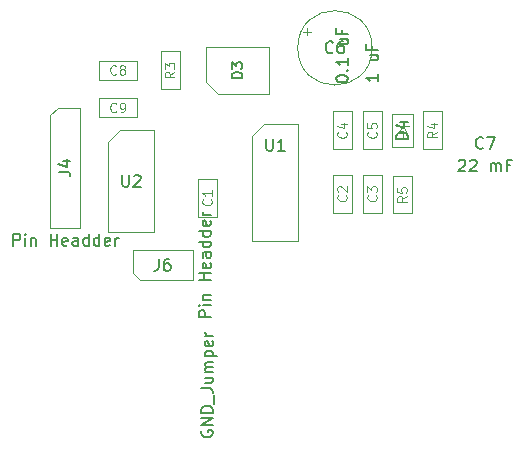
<source format=gbr>
%TF.GenerationSoftware,KiCad,Pcbnew,(5.1.9)-1*%
%TF.CreationDate,2021-11-14T21:39:46-06:00*%
%TF.ProjectId,BLDC_Cont,424c4443-5f43-46f6-9e74-2e6b69636164,rev?*%
%TF.SameCoordinates,Original*%
%TF.FileFunction,Other,Fab,Top*%
%FSLAX46Y46*%
G04 Gerber Fmt 4.6, Leading zero omitted, Abs format (unit mm)*
G04 Created by KiCad (PCBNEW (5.1.9)-1) date 2021-11-14 21:39:46*
%MOMM*%
%LPD*%
G01*
G04 APERTURE LIST*
%ADD10C,0.100000*%
%ADD11C,0.150000*%
%ADD12C,0.120000*%
G04 APERTURE END LIST*
D10*
%TO.C,D3*%
X165315000Y-109940000D02*
X164315000Y-108940000D01*
X169695000Y-109940000D02*
X169695000Y-105960000D01*
X165315000Y-109940000D02*
X169695000Y-109940000D01*
X164315000Y-105960000D02*
X164315000Y-108950000D01*
X169695000Y-105960000D02*
X164315000Y-105960000D01*
%TO.C,C1*%
X163665000Y-120345000D02*
X163665000Y-117145000D01*
X165265000Y-120345000D02*
X163665000Y-120345000D01*
X165265000Y-117145000D02*
X165265000Y-120345000D01*
X163665000Y-117145000D02*
X165265000Y-117145000D01*
%TO.C,C2*%
X175095000Y-116802500D02*
X176695000Y-116802500D01*
X176695000Y-116802500D02*
X176695000Y-120002500D01*
X176695000Y-120002500D02*
X175095000Y-120002500D01*
X175095000Y-120002500D02*
X175095000Y-116802500D01*
%TO.C,C3*%
X177635000Y-120002500D02*
X177635000Y-116802500D01*
X179235000Y-120002500D02*
X177635000Y-120002500D01*
X179235000Y-116802500D02*
X179235000Y-120002500D01*
X177635000Y-116802500D02*
X179235000Y-116802500D01*
%TO.C,C4*%
X175095000Y-111430000D02*
X176695000Y-111430000D01*
X176695000Y-111430000D02*
X176695000Y-114630000D01*
X176695000Y-114630000D02*
X175095000Y-114630000D01*
X175095000Y-114630000D02*
X175095000Y-111430000D01*
%TO.C,C5*%
X177635000Y-114630000D02*
X177635000Y-111430000D01*
X179235000Y-114630000D02*
X177635000Y-114630000D01*
X179235000Y-111430000D02*
X179235000Y-114630000D01*
X177635000Y-111430000D02*
X179235000Y-111430000D01*
%TO.C,C6*%
X172861028Y-104356500D02*
X172861028Y-104986500D01*
X172546028Y-104671500D02*
X173176028Y-104671500D01*
X178390000Y-106045000D02*
G75*
G03*
X178390000Y-106045000I-3150000J0D01*
G01*
%TO.C,D4*%
X181875000Y-111630000D02*
X181875000Y-114430000D01*
X181875000Y-114430000D02*
X180075000Y-114430000D01*
X180075000Y-114430000D02*
X180075000Y-111630000D01*
X180075000Y-111630000D02*
X181875000Y-111630000D01*
X180975000Y-112280000D02*
X180975000Y-112680000D01*
X180975000Y-112680000D02*
X181525000Y-112680000D01*
X180975000Y-112680000D02*
X180425000Y-112680000D01*
X180975000Y-112680000D02*
X181375000Y-113280000D01*
X181375000Y-113280000D02*
X180575000Y-113280000D01*
X180575000Y-113280000D02*
X180975000Y-112680000D01*
X180975000Y-113280000D02*
X180975000Y-113780000D01*
%TO.C,R3*%
X160490000Y-106350000D02*
X162090000Y-106350000D01*
X162090000Y-106350000D02*
X162090000Y-109550000D01*
X162090000Y-109550000D02*
X160490000Y-109550000D01*
X160490000Y-109550000D02*
X160490000Y-106350000D01*
%TO.C,R4*%
X182715000Y-114630000D02*
X182715000Y-111430000D01*
X184315000Y-114630000D02*
X182715000Y-114630000D01*
X184315000Y-111430000D02*
X184315000Y-114630000D01*
X182715000Y-111430000D02*
X184315000Y-111430000D01*
%TO.C,R5*%
X180175000Y-120065000D02*
X180175000Y-116865000D01*
X181775000Y-120065000D02*
X180175000Y-120065000D01*
X181775000Y-116865000D02*
X181775000Y-120065000D01*
X180175000Y-116865000D02*
X181775000Y-116865000D01*
%TO.C,U1*%
X168230000Y-113500000D02*
X169205000Y-112525000D01*
X168230000Y-122425000D02*
X168230000Y-113500000D01*
X172130000Y-122425000D02*
X168230000Y-122425000D01*
X172130000Y-112525000D02*
X172130000Y-122425000D01*
X169205000Y-112525000D02*
X172130000Y-112525000D01*
%TO.C,C8*%
X158445000Y-107150000D02*
X158445000Y-108750000D01*
X158445000Y-108750000D02*
X155245000Y-108750000D01*
X155245000Y-108750000D02*
X155245000Y-107150000D01*
X155245000Y-107150000D02*
X158445000Y-107150000D01*
%TO.C,C9*%
X155245000Y-110325000D02*
X158445000Y-110325000D01*
X155245000Y-111925000D02*
X155245000Y-110325000D01*
X158445000Y-111925000D02*
X155245000Y-111925000D01*
X158445000Y-110325000D02*
X158445000Y-111925000D01*
%TO.C,U2*%
X156038000Y-113998000D02*
X157013000Y-113023000D01*
X156038000Y-121673000D02*
X156038000Y-113998000D01*
X159938000Y-121673000D02*
X156038000Y-121673000D01*
X159938000Y-113023000D02*
X159938000Y-121673000D01*
X157013000Y-113023000D02*
X159938000Y-113023000D01*
%TO.C,J4*%
X151130000Y-111760000D02*
X151765000Y-111125000D01*
X151130000Y-121285000D02*
X151130000Y-111760000D01*
X153670000Y-121285000D02*
X151130000Y-121285000D01*
X153670000Y-111125000D02*
X153670000Y-121285000D01*
X151765000Y-111125000D02*
X153670000Y-111125000D01*
%TO.C,J6*%
X158750000Y-125730000D02*
X158115000Y-125095000D01*
X163195000Y-125730000D02*
X158750000Y-125730000D01*
X163195000Y-123190000D02*
X163195000Y-125730000D01*
X158115000Y-123190000D02*
X163195000Y-123190000D01*
X158115000Y-125095000D02*
X158115000Y-123190000D01*
%TD*%
%TO.C,D3*%
D11*
X167412142Y-108614285D02*
X166512142Y-108614285D01*
X166512142Y-108400000D01*
X166555000Y-108271428D01*
X166640714Y-108185714D01*
X166726428Y-108142857D01*
X166897857Y-108100000D01*
X167026428Y-108100000D01*
X167197857Y-108142857D01*
X167283571Y-108185714D01*
X167369285Y-108271428D01*
X167412142Y-108400000D01*
X167412142Y-108614285D01*
X166512142Y-107800000D02*
X166512142Y-107242857D01*
X166855000Y-107542857D01*
X166855000Y-107414285D01*
X166897857Y-107328571D01*
X166940714Y-107285714D01*
X167026428Y-107242857D01*
X167240714Y-107242857D01*
X167326428Y-107285714D01*
X167369285Y-107328571D01*
X167412142Y-107414285D01*
X167412142Y-107671428D01*
X167369285Y-107757142D01*
X167326428Y-107800000D01*
%TO.C,C7*%
X185721904Y-115592619D02*
X185769523Y-115545000D01*
X185864761Y-115497380D01*
X186102857Y-115497380D01*
X186198095Y-115545000D01*
X186245714Y-115592619D01*
X186293333Y-115687857D01*
X186293333Y-115783095D01*
X186245714Y-115925952D01*
X185674285Y-116497380D01*
X186293333Y-116497380D01*
X186674285Y-115592619D02*
X186721904Y-115545000D01*
X186817142Y-115497380D01*
X187055238Y-115497380D01*
X187150476Y-115545000D01*
X187198095Y-115592619D01*
X187245714Y-115687857D01*
X187245714Y-115783095D01*
X187198095Y-115925952D01*
X186626666Y-116497380D01*
X187245714Y-116497380D01*
X188436190Y-116497380D02*
X188436190Y-115830714D01*
X188436190Y-115925952D02*
X188483809Y-115878333D01*
X188579047Y-115830714D01*
X188721904Y-115830714D01*
X188817142Y-115878333D01*
X188864761Y-115973571D01*
X188864761Y-116497380D01*
X188864761Y-115973571D02*
X188912380Y-115878333D01*
X189007619Y-115830714D01*
X189150476Y-115830714D01*
X189245714Y-115878333D01*
X189293333Y-115973571D01*
X189293333Y-116497380D01*
X190102857Y-115973571D02*
X189769523Y-115973571D01*
X189769523Y-116497380D02*
X189769523Y-115497380D01*
X190245714Y-115497380D01*
X187793333Y-114497142D02*
X187745714Y-114544761D01*
X187602857Y-114592380D01*
X187507619Y-114592380D01*
X187364761Y-114544761D01*
X187269523Y-114449523D01*
X187221904Y-114354285D01*
X187174285Y-114163809D01*
X187174285Y-114020952D01*
X187221904Y-113830476D01*
X187269523Y-113735238D01*
X187364761Y-113640000D01*
X187507619Y-113592380D01*
X187602857Y-113592380D01*
X187745714Y-113640000D01*
X187793333Y-113687619D01*
X188126666Y-113592380D02*
X188793333Y-113592380D01*
X188364761Y-114592380D01*
%TO.C,C1*%
D12*
X164750714Y-118878333D02*
X164788809Y-118916428D01*
X164826904Y-119030714D01*
X164826904Y-119106904D01*
X164788809Y-119221190D01*
X164712619Y-119297380D01*
X164636428Y-119335476D01*
X164484047Y-119373571D01*
X164369761Y-119373571D01*
X164217380Y-119335476D01*
X164141190Y-119297380D01*
X164065000Y-119221190D01*
X164026904Y-119106904D01*
X164026904Y-119030714D01*
X164065000Y-118916428D01*
X164103095Y-118878333D01*
X164826904Y-118116428D02*
X164826904Y-118573571D01*
X164826904Y-118345000D02*
X164026904Y-118345000D01*
X164141190Y-118421190D01*
X164217380Y-118497380D01*
X164255476Y-118573571D01*
%TO.C,C2*%
X176180714Y-118535833D02*
X176218809Y-118573928D01*
X176256904Y-118688214D01*
X176256904Y-118764404D01*
X176218809Y-118878690D01*
X176142619Y-118954880D01*
X176066428Y-118992976D01*
X175914047Y-119031071D01*
X175799761Y-119031071D01*
X175647380Y-118992976D01*
X175571190Y-118954880D01*
X175495000Y-118878690D01*
X175456904Y-118764404D01*
X175456904Y-118688214D01*
X175495000Y-118573928D01*
X175533095Y-118535833D01*
X175533095Y-118231071D02*
X175495000Y-118192976D01*
X175456904Y-118116785D01*
X175456904Y-117926309D01*
X175495000Y-117850119D01*
X175533095Y-117812023D01*
X175609285Y-117773928D01*
X175685476Y-117773928D01*
X175799761Y-117812023D01*
X176256904Y-118269166D01*
X176256904Y-117773928D01*
%TO.C,C3*%
X178720714Y-118535833D02*
X178758809Y-118573928D01*
X178796904Y-118688214D01*
X178796904Y-118764404D01*
X178758809Y-118878690D01*
X178682619Y-118954880D01*
X178606428Y-118992976D01*
X178454047Y-119031071D01*
X178339761Y-119031071D01*
X178187380Y-118992976D01*
X178111190Y-118954880D01*
X178035000Y-118878690D01*
X177996904Y-118764404D01*
X177996904Y-118688214D01*
X178035000Y-118573928D01*
X178073095Y-118535833D01*
X177996904Y-118269166D02*
X177996904Y-117773928D01*
X178301666Y-118040595D01*
X178301666Y-117926309D01*
X178339761Y-117850119D01*
X178377857Y-117812023D01*
X178454047Y-117773928D01*
X178644523Y-117773928D01*
X178720714Y-117812023D01*
X178758809Y-117850119D01*
X178796904Y-117926309D01*
X178796904Y-118154880D01*
X178758809Y-118231071D01*
X178720714Y-118269166D01*
%TO.C,C4*%
D11*
X175347380Y-108703809D02*
X175347380Y-108608571D01*
X175395000Y-108513333D01*
X175442619Y-108465714D01*
X175537857Y-108418095D01*
X175728333Y-108370476D01*
X175966428Y-108370476D01*
X176156904Y-108418095D01*
X176252142Y-108465714D01*
X176299761Y-108513333D01*
X176347380Y-108608571D01*
X176347380Y-108703809D01*
X176299761Y-108799047D01*
X176252142Y-108846666D01*
X176156904Y-108894285D01*
X175966428Y-108941904D01*
X175728333Y-108941904D01*
X175537857Y-108894285D01*
X175442619Y-108846666D01*
X175395000Y-108799047D01*
X175347380Y-108703809D01*
X176252142Y-107941904D02*
X176299761Y-107894285D01*
X176347380Y-107941904D01*
X176299761Y-107989523D01*
X176252142Y-107941904D01*
X176347380Y-107941904D01*
X176347380Y-106941904D02*
X176347380Y-107513333D01*
X176347380Y-107227619D02*
X175347380Y-107227619D01*
X175490238Y-107322857D01*
X175585476Y-107418095D01*
X175633095Y-107513333D01*
X175680714Y-105322857D02*
X176347380Y-105322857D01*
X175680714Y-105751428D02*
X176204523Y-105751428D01*
X176299761Y-105703809D01*
X176347380Y-105608571D01*
X176347380Y-105465714D01*
X176299761Y-105370476D01*
X176252142Y-105322857D01*
X175823571Y-104513333D02*
X175823571Y-104846666D01*
X176347380Y-104846666D02*
X175347380Y-104846666D01*
X175347380Y-104370476D01*
D12*
X176180714Y-113163333D02*
X176218809Y-113201428D01*
X176256904Y-113315714D01*
X176256904Y-113391904D01*
X176218809Y-113506190D01*
X176142619Y-113582380D01*
X176066428Y-113620476D01*
X175914047Y-113658571D01*
X175799761Y-113658571D01*
X175647380Y-113620476D01*
X175571190Y-113582380D01*
X175495000Y-113506190D01*
X175456904Y-113391904D01*
X175456904Y-113315714D01*
X175495000Y-113201428D01*
X175533095Y-113163333D01*
X175723571Y-112477619D02*
X176256904Y-112477619D01*
X175418809Y-112668095D02*
X175990238Y-112858571D01*
X175990238Y-112363333D01*
%TO.C,C5*%
D11*
X178887380Y-108291190D02*
X178887380Y-108862619D01*
X178887380Y-108576904D02*
X177887380Y-108576904D01*
X178030238Y-108672142D01*
X178125476Y-108767380D01*
X178173095Y-108862619D01*
X178220714Y-106672142D02*
X178887380Y-106672142D01*
X178220714Y-107100714D02*
X178744523Y-107100714D01*
X178839761Y-107053095D01*
X178887380Y-106957857D01*
X178887380Y-106815000D01*
X178839761Y-106719761D01*
X178792142Y-106672142D01*
X178363571Y-105862619D02*
X178363571Y-106195952D01*
X178887380Y-106195952D02*
X177887380Y-106195952D01*
X177887380Y-105719761D01*
D12*
X178720714Y-113163333D02*
X178758809Y-113201428D01*
X178796904Y-113315714D01*
X178796904Y-113391904D01*
X178758809Y-113506190D01*
X178682619Y-113582380D01*
X178606428Y-113620476D01*
X178454047Y-113658571D01*
X178339761Y-113658571D01*
X178187380Y-113620476D01*
X178111190Y-113582380D01*
X178035000Y-113506190D01*
X177996904Y-113391904D01*
X177996904Y-113315714D01*
X178035000Y-113201428D01*
X178073095Y-113163333D01*
X177996904Y-112439523D02*
X177996904Y-112820476D01*
X178377857Y-112858571D01*
X178339761Y-112820476D01*
X178301666Y-112744285D01*
X178301666Y-112553809D01*
X178339761Y-112477619D01*
X178377857Y-112439523D01*
X178454047Y-112401428D01*
X178644523Y-112401428D01*
X178720714Y-112439523D01*
X178758809Y-112477619D01*
X178796904Y-112553809D01*
X178796904Y-112744285D01*
X178758809Y-112820476D01*
X178720714Y-112858571D01*
%TO.C,C6*%
D11*
X175073333Y-106402142D02*
X175025714Y-106449761D01*
X174882857Y-106497380D01*
X174787619Y-106497380D01*
X174644761Y-106449761D01*
X174549523Y-106354523D01*
X174501904Y-106259285D01*
X174454285Y-106068809D01*
X174454285Y-105925952D01*
X174501904Y-105735476D01*
X174549523Y-105640238D01*
X174644761Y-105545000D01*
X174787619Y-105497380D01*
X174882857Y-105497380D01*
X175025714Y-105545000D01*
X175073333Y-105592619D01*
X175930476Y-105497380D02*
X175740000Y-105497380D01*
X175644761Y-105545000D01*
X175597142Y-105592619D01*
X175501904Y-105735476D01*
X175454285Y-105925952D01*
X175454285Y-106306904D01*
X175501904Y-106402142D01*
X175549523Y-106449761D01*
X175644761Y-106497380D01*
X175835238Y-106497380D01*
X175930476Y-106449761D01*
X175978095Y-106402142D01*
X176025714Y-106306904D01*
X176025714Y-106068809D01*
X175978095Y-105973571D01*
X175930476Y-105925952D01*
X175835238Y-105878333D01*
X175644761Y-105878333D01*
X175549523Y-105925952D01*
X175501904Y-105973571D01*
X175454285Y-106068809D01*
%TO.C,D4*%
X181427380Y-113768095D02*
X180427380Y-113768095D01*
X180427380Y-113530000D01*
X180475000Y-113387142D01*
X180570238Y-113291904D01*
X180665476Y-113244285D01*
X180855952Y-113196666D01*
X180998809Y-113196666D01*
X181189285Y-113244285D01*
X181284523Y-113291904D01*
X181379761Y-113387142D01*
X181427380Y-113530000D01*
X181427380Y-113768095D01*
X180760714Y-112339523D02*
X181427380Y-112339523D01*
X180379761Y-112577619D02*
X181094047Y-112815714D01*
X181094047Y-112196666D01*
%TO.C,R3*%
D12*
X161651904Y-108083333D02*
X161270952Y-108350000D01*
X161651904Y-108540476D02*
X160851904Y-108540476D01*
X160851904Y-108235714D01*
X160890000Y-108159523D01*
X160928095Y-108121428D01*
X161004285Y-108083333D01*
X161118571Y-108083333D01*
X161194761Y-108121428D01*
X161232857Y-108159523D01*
X161270952Y-108235714D01*
X161270952Y-108540476D01*
X160851904Y-107816666D02*
X160851904Y-107321428D01*
X161156666Y-107588095D01*
X161156666Y-107473809D01*
X161194761Y-107397619D01*
X161232857Y-107359523D01*
X161309047Y-107321428D01*
X161499523Y-107321428D01*
X161575714Y-107359523D01*
X161613809Y-107397619D01*
X161651904Y-107473809D01*
X161651904Y-107702380D01*
X161613809Y-107778571D01*
X161575714Y-107816666D01*
%TO.C,R4*%
X183876904Y-113163333D02*
X183495952Y-113430000D01*
X183876904Y-113620476D02*
X183076904Y-113620476D01*
X183076904Y-113315714D01*
X183115000Y-113239523D01*
X183153095Y-113201428D01*
X183229285Y-113163333D01*
X183343571Y-113163333D01*
X183419761Y-113201428D01*
X183457857Y-113239523D01*
X183495952Y-113315714D01*
X183495952Y-113620476D01*
X183343571Y-112477619D02*
X183876904Y-112477619D01*
X183038809Y-112668095D02*
X183610238Y-112858571D01*
X183610238Y-112363333D01*
%TO.C,R5*%
X181336904Y-118598333D02*
X180955952Y-118865000D01*
X181336904Y-119055476D02*
X180536904Y-119055476D01*
X180536904Y-118750714D01*
X180575000Y-118674523D01*
X180613095Y-118636428D01*
X180689285Y-118598333D01*
X180803571Y-118598333D01*
X180879761Y-118636428D01*
X180917857Y-118674523D01*
X180955952Y-118750714D01*
X180955952Y-119055476D01*
X180536904Y-117874523D02*
X180536904Y-118255476D01*
X180917857Y-118293571D01*
X180879761Y-118255476D01*
X180841666Y-118179285D01*
X180841666Y-117988809D01*
X180879761Y-117912619D01*
X180917857Y-117874523D01*
X180994047Y-117836428D01*
X181184523Y-117836428D01*
X181260714Y-117874523D01*
X181298809Y-117912619D01*
X181336904Y-117988809D01*
X181336904Y-118179285D01*
X181298809Y-118255476D01*
X181260714Y-118293571D01*
%TO.C,U1*%
D11*
X169433333Y-113763333D02*
X169433333Y-114556666D01*
X169480000Y-114650000D01*
X169526666Y-114696666D01*
X169620000Y-114743333D01*
X169806666Y-114743333D01*
X169900000Y-114696666D01*
X169946666Y-114650000D01*
X169993333Y-114556666D01*
X169993333Y-113763333D01*
X170973333Y-114743333D02*
X170413333Y-114743333D01*
X170693333Y-114743333D02*
X170693333Y-113763333D01*
X170600000Y-113903333D01*
X170506666Y-113996666D01*
X170413333Y-114043333D01*
%TO.C,J5*%
X163965000Y-138453333D02*
X163917380Y-138548571D01*
X163917380Y-138691428D01*
X163965000Y-138834285D01*
X164060238Y-138929523D01*
X164155476Y-138977142D01*
X164345952Y-139024761D01*
X164488809Y-139024761D01*
X164679285Y-138977142D01*
X164774523Y-138929523D01*
X164869761Y-138834285D01*
X164917380Y-138691428D01*
X164917380Y-138596190D01*
X164869761Y-138453333D01*
X164822142Y-138405714D01*
X164488809Y-138405714D01*
X164488809Y-138596190D01*
X164917380Y-137977142D02*
X163917380Y-137977142D01*
X164917380Y-137405714D01*
X163917380Y-137405714D01*
X164917380Y-136929523D02*
X163917380Y-136929523D01*
X163917380Y-136691428D01*
X163965000Y-136548571D01*
X164060238Y-136453333D01*
X164155476Y-136405714D01*
X164345952Y-136358095D01*
X164488809Y-136358095D01*
X164679285Y-136405714D01*
X164774523Y-136453333D01*
X164869761Y-136548571D01*
X164917380Y-136691428D01*
X164917380Y-136929523D01*
X165012619Y-136167619D02*
X165012619Y-135405714D01*
X163917380Y-134881904D02*
X164631666Y-134881904D01*
X164774523Y-134929523D01*
X164869761Y-135024761D01*
X164917380Y-135167619D01*
X164917380Y-135262857D01*
X164250714Y-133977142D02*
X164917380Y-133977142D01*
X164250714Y-134405714D02*
X164774523Y-134405714D01*
X164869761Y-134358095D01*
X164917380Y-134262857D01*
X164917380Y-134120000D01*
X164869761Y-134024761D01*
X164822142Y-133977142D01*
X164917380Y-133500952D02*
X164250714Y-133500952D01*
X164345952Y-133500952D02*
X164298333Y-133453333D01*
X164250714Y-133358095D01*
X164250714Y-133215238D01*
X164298333Y-133120000D01*
X164393571Y-133072380D01*
X164917380Y-133072380D01*
X164393571Y-133072380D02*
X164298333Y-133024761D01*
X164250714Y-132929523D01*
X164250714Y-132786666D01*
X164298333Y-132691428D01*
X164393571Y-132643809D01*
X164917380Y-132643809D01*
X164250714Y-132167619D02*
X165250714Y-132167619D01*
X164298333Y-132167619D02*
X164250714Y-132072380D01*
X164250714Y-131881904D01*
X164298333Y-131786666D01*
X164345952Y-131739047D01*
X164441190Y-131691428D01*
X164726904Y-131691428D01*
X164822142Y-131739047D01*
X164869761Y-131786666D01*
X164917380Y-131881904D01*
X164917380Y-132072380D01*
X164869761Y-132167619D01*
X164869761Y-130881904D02*
X164917380Y-130977142D01*
X164917380Y-131167619D01*
X164869761Y-131262857D01*
X164774523Y-131310476D01*
X164393571Y-131310476D01*
X164298333Y-131262857D01*
X164250714Y-131167619D01*
X164250714Y-130977142D01*
X164298333Y-130881904D01*
X164393571Y-130834285D01*
X164488809Y-130834285D01*
X164584047Y-131310476D01*
X164917380Y-130405714D02*
X164250714Y-130405714D01*
X164441190Y-130405714D02*
X164345952Y-130358095D01*
X164298333Y-130310476D01*
X164250714Y-130215238D01*
X164250714Y-130120000D01*
%TO.C,C8*%
D12*
X156711666Y-108235714D02*
X156673571Y-108273809D01*
X156559285Y-108311904D01*
X156483095Y-108311904D01*
X156368809Y-108273809D01*
X156292619Y-108197619D01*
X156254523Y-108121428D01*
X156216428Y-107969047D01*
X156216428Y-107854761D01*
X156254523Y-107702380D01*
X156292619Y-107626190D01*
X156368809Y-107550000D01*
X156483095Y-107511904D01*
X156559285Y-107511904D01*
X156673571Y-107550000D01*
X156711666Y-107588095D01*
X157168809Y-107854761D02*
X157092619Y-107816666D01*
X157054523Y-107778571D01*
X157016428Y-107702380D01*
X157016428Y-107664285D01*
X157054523Y-107588095D01*
X157092619Y-107550000D01*
X157168809Y-107511904D01*
X157321190Y-107511904D01*
X157397380Y-107550000D01*
X157435476Y-107588095D01*
X157473571Y-107664285D01*
X157473571Y-107702380D01*
X157435476Y-107778571D01*
X157397380Y-107816666D01*
X157321190Y-107854761D01*
X157168809Y-107854761D01*
X157092619Y-107892857D01*
X157054523Y-107930952D01*
X157016428Y-108007142D01*
X157016428Y-108159523D01*
X157054523Y-108235714D01*
X157092619Y-108273809D01*
X157168809Y-108311904D01*
X157321190Y-108311904D01*
X157397380Y-108273809D01*
X157435476Y-108235714D01*
X157473571Y-108159523D01*
X157473571Y-108007142D01*
X157435476Y-107930952D01*
X157397380Y-107892857D01*
X157321190Y-107854761D01*
%TO.C,C9*%
X156711666Y-111410714D02*
X156673571Y-111448809D01*
X156559285Y-111486904D01*
X156483095Y-111486904D01*
X156368809Y-111448809D01*
X156292619Y-111372619D01*
X156254523Y-111296428D01*
X156216428Y-111144047D01*
X156216428Y-111029761D01*
X156254523Y-110877380D01*
X156292619Y-110801190D01*
X156368809Y-110725000D01*
X156483095Y-110686904D01*
X156559285Y-110686904D01*
X156673571Y-110725000D01*
X156711666Y-110763095D01*
X157092619Y-111486904D02*
X157245000Y-111486904D01*
X157321190Y-111448809D01*
X157359285Y-111410714D01*
X157435476Y-111296428D01*
X157473571Y-111144047D01*
X157473571Y-110839285D01*
X157435476Y-110763095D01*
X157397380Y-110725000D01*
X157321190Y-110686904D01*
X157168809Y-110686904D01*
X157092619Y-110725000D01*
X157054523Y-110763095D01*
X157016428Y-110839285D01*
X157016428Y-111029761D01*
X157054523Y-111105952D01*
X157092619Y-111144047D01*
X157168809Y-111182142D01*
X157321190Y-111182142D01*
X157397380Y-111144047D01*
X157435476Y-111105952D01*
X157473571Y-111029761D01*
%TO.C,U2*%
D11*
X157241333Y-116811333D02*
X157241333Y-117604666D01*
X157288000Y-117698000D01*
X157334666Y-117744666D01*
X157428000Y-117791333D01*
X157614666Y-117791333D01*
X157708000Y-117744666D01*
X157754666Y-117698000D01*
X157801333Y-117604666D01*
X157801333Y-116811333D01*
X158221333Y-116904666D02*
X158268000Y-116858000D01*
X158361333Y-116811333D01*
X158594666Y-116811333D01*
X158688000Y-116858000D01*
X158734666Y-116904666D01*
X158781333Y-116998000D01*
X158781333Y-117091333D01*
X158734666Y-117231333D01*
X158174666Y-117791333D01*
X158781333Y-117791333D01*
%TO.C,J4*%
X148019047Y-122797380D02*
X148019047Y-121797380D01*
X148400000Y-121797380D01*
X148495238Y-121845000D01*
X148542857Y-121892619D01*
X148590476Y-121987857D01*
X148590476Y-122130714D01*
X148542857Y-122225952D01*
X148495238Y-122273571D01*
X148400000Y-122321190D01*
X148019047Y-122321190D01*
X149019047Y-122797380D02*
X149019047Y-122130714D01*
X149019047Y-121797380D02*
X148971428Y-121845000D01*
X149019047Y-121892619D01*
X149066666Y-121845000D01*
X149019047Y-121797380D01*
X149019047Y-121892619D01*
X149495238Y-122130714D02*
X149495238Y-122797380D01*
X149495238Y-122225952D02*
X149542857Y-122178333D01*
X149638095Y-122130714D01*
X149780952Y-122130714D01*
X149876190Y-122178333D01*
X149923809Y-122273571D01*
X149923809Y-122797380D01*
X151161904Y-122797380D02*
X151161904Y-121797380D01*
X151161904Y-122273571D02*
X151733333Y-122273571D01*
X151733333Y-122797380D02*
X151733333Y-121797380D01*
X152590476Y-122749761D02*
X152495238Y-122797380D01*
X152304761Y-122797380D01*
X152209523Y-122749761D01*
X152161904Y-122654523D01*
X152161904Y-122273571D01*
X152209523Y-122178333D01*
X152304761Y-122130714D01*
X152495238Y-122130714D01*
X152590476Y-122178333D01*
X152638095Y-122273571D01*
X152638095Y-122368809D01*
X152161904Y-122464047D01*
X153495238Y-122797380D02*
X153495238Y-122273571D01*
X153447619Y-122178333D01*
X153352380Y-122130714D01*
X153161904Y-122130714D01*
X153066666Y-122178333D01*
X153495238Y-122749761D02*
X153400000Y-122797380D01*
X153161904Y-122797380D01*
X153066666Y-122749761D01*
X153019047Y-122654523D01*
X153019047Y-122559285D01*
X153066666Y-122464047D01*
X153161904Y-122416428D01*
X153400000Y-122416428D01*
X153495238Y-122368809D01*
X154400000Y-122797380D02*
X154400000Y-121797380D01*
X154400000Y-122749761D02*
X154304761Y-122797380D01*
X154114285Y-122797380D01*
X154019047Y-122749761D01*
X153971428Y-122702142D01*
X153923809Y-122606904D01*
X153923809Y-122321190D01*
X153971428Y-122225952D01*
X154019047Y-122178333D01*
X154114285Y-122130714D01*
X154304761Y-122130714D01*
X154400000Y-122178333D01*
X155304761Y-122797380D02*
X155304761Y-121797380D01*
X155304761Y-122749761D02*
X155209523Y-122797380D01*
X155019047Y-122797380D01*
X154923809Y-122749761D01*
X154876190Y-122702142D01*
X154828571Y-122606904D01*
X154828571Y-122321190D01*
X154876190Y-122225952D01*
X154923809Y-122178333D01*
X155019047Y-122130714D01*
X155209523Y-122130714D01*
X155304761Y-122178333D01*
X156161904Y-122749761D02*
X156066666Y-122797380D01*
X155876190Y-122797380D01*
X155780952Y-122749761D01*
X155733333Y-122654523D01*
X155733333Y-122273571D01*
X155780952Y-122178333D01*
X155876190Y-122130714D01*
X156066666Y-122130714D01*
X156161904Y-122178333D01*
X156209523Y-122273571D01*
X156209523Y-122368809D01*
X155733333Y-122464047D01*
X156638095Y-122797380D02*
X156638095Y-122130714D01*
X156638095Y-122321190D02*
X156685714Y-122225952D01*
X156733333Y-122178333D01*
X156828571Y-122130714D01*
X156923809Y-122130714D01*
X151852380Y-116538333D02*
X152566666Y-116538333D01*
X152709523Y-116585952D01*
X152804761Y-116681190D01*
X152852380Y-116824047D01*
X152852380Y-116919285D01*
X152185714Y-115633571D02*
X152852380Y-115633571D01*
X151804761Y-115871666D02*
X152519047Y-116109761D01*
X152519047Y-115490714D01*
%TO.C,J6*%
X164707380Y-128840952D02*
X163707380Y-128840952D01*
X163707380Y-128460000D01*
X163755000Y-128364761D01*
X163802619Y-128317142D01*
X163897857Y-128269523D01*
X164040714Y-128269523D01*
X164135952Y-128317142D01*
X164183571Y-128364761D01*
X164231190Y-128460000D01*
X164231190Y-128840952D01*
X164707380Y-127840952D02*
X164040714Y-127840952D01*
X163707380Y-127840952D02*
X163755000Y-127888571D01*
X163802619Y-127840952D01*
X163755000Y-127793333D01*
X163707380Y-127840952D01*
X163802619Y-127840952D01*
X164040714Y-127364761D02*
X164707380Y-127364761D01*
X164135952Y-127364761D02*
X164088333Y-127317142D01*
X164040714Y-127221904D01*
X164040714Y-127079047D01*
X164088333Y-126983809D01*
X164183571Y-126936190D01*
X164707380Y-126936190D01*
X164707380Y-125698095D02*
X163707380Y-125698095D01*
X164183571Y-125698095D02*
X164183571Y-125126666D01*
X164707380Y-125126666D02*
X163707380Y-125126666D01*
X164659761Y-124269523D02*
X164707380Y-124364761D01*
X164707380Y-124555238D01*
X164659761Y-124650476D01*
X164564523Y-124698095D01*
X164183571Y-124698095D01*
X164088333Y-124650476D01*
X164040714Y-124555238D01*
X164040714Y-124364761D01*
X164088333Y-124269523D01*
X164183571Y-124221904D01*
X164278809Y-124221904D01*
X164374047Y-124698095D01*
X164707380Y-123364761D02*
X164183571Y-123364761D01*
X164088333Y-123412380D01*
X164040714Y-123507619D01*
X164040714Y-123698095D01*
X164088333Y-123793333D01*
X164659761Y-123364761D02*
X164707380Y-123460000D01*
X164707380Y-123698095D01*
X164659761Y-123793333D01*
X164564523Y-123840952D01*
X164469285Y-123840952D01*
X164374047Y-123793333D01*
X164326428Y-123698095D01*
X164326428Y-123460000D01*
X164278809Y-123364761D01*
X164707380Y-122460000D02*
X163707380Y-122460000D01*
X164659761Y-122460000D02*
X164707380Y-122555238D01*
X164707380Y-122745714D01*
X164659761Y-122840952D01*
X164612142Y-122888571D01*
X164516904Y-122936190D01*
X164231190Y-122936190D01*
X164135952Y-122888571D01*
X164088333Y-122840952D01*
X164040714Y-122745714D01*
X164040714Y-122555238D01*
X164088333Y-122460000D01*
X164707380Y-121555238D02*
X163707380Y-121555238D01*
X164659761Y-121555238D02*
X164707380Y-121650476D01*
X164707380Y-121840952D01*
X164659761Y-121936190D01*
X164612142Y-121983809D01*
X164516904Y-122031428D01*
X164231190Y-122031428D01*
X164135952Y-121983809D01*
X164088333Y-121936190D01*
X164040714Y-121840952D01*
X164040714Y-121650476D01*
X164088333Y-121555238D01*
X164659761Y-120698095D02*
X164707380Y-120793333D01*
X164707380Y-120983809D01*
X164659761Y-121079047D01*
X164564523Y-121126666D01*
X164183571Y-121126666D01*
X164088333Y-121079047D01*
X164040714Y-120983809D01*
X164040714Y-120793333D01*
X164088333Y-120698095D01*
X164183571Y-120650476D01*
X164278809Y-120650476D01*
X164374047Y-121126666D01*
X164707380Y-120221904D02*
X164040714Y-120221904D01*
X164231190Y-120221904D02*
X164135952Y-120174285D01*
X164088333Y-120126666D01*
X164040714Y-120031428D01*
X164040714Y-119936190D01*
X160321666Y-123912380D02*
X160321666Y-124626666D01*
X160274047Y-124769523D01*
X160178809Y-124864761D01*
X160035952Y-124912380D01*
X159940714Y-124912380D01*
X161226428Y-123912380D02*
X161035952Y-123912380D01*
X160940714Y-123960000D01*
X160893095Y-124007619D01*
X160797857Y-124150476D01*
X160750238Y-124340952D01*
X160750238Y-124721904D01*
X160797857Y-124817142D01*
X160845476Y-124864761D01*
X160940714Y-124912380D01*
X161131190Y-124912380D01*
X161226428Y-124864761D01*
X161274047Y-124817142D01*
X161321666Y-124721904D01*
X161321666Y-124483809D01*
X161274047Y-124388571D01*
X161226428Y-124340952D01*
X161131190Y-124293333D01*
X160940714Y-124293333D01*
X160845476Y-124340952D01*
X160797857Y-124388571D01*
X160750238Y-124483809D01*
%TD*%
M02*

</source>
